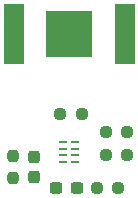
<source format=gbp>
%TF.GenerationSoftware,KiCad,Pcbnew,9.0.7-9.0.7~ubuntu24.04.1*%
%TF.CreationDate,2026-01-03T22:14:33+01:00*%
%TF.ProjectId,rtc_xiao_esp32s3,7274635f-7869-4616-9f5f-657370333273,1.0*%
%TF.SameCoordinates,Original*%
%TF.FileFunction,Paste,Bot*%
%TF.FilePolarity,Positive*%
%FSLAX46Y46*%
G04 Gerber Fmt 4.6, Leading zero omitted, Abs format (unit mm)*
G04 Created by KiCad (PCBNEW 9.0.7-9.0.7~ubuntu24.04.1) date 2026-01-03 22:14:33*
%MOMM*%
%LPD*%
G01*
G04 APERTURE LIST*
G04 Aperture macros list*
%AMRoundRect*
0 Rectangle with rounded corners*
0 $1 Rounding radius*
0 $2 $3 $4 $5 $6 $7 $8 $9 X,Y pos of 4 corners*
0 Add a 4 corners polygon primitive as box body*
4,1,4,$2,$3,$4,$5,$6,$7,$8,$9,$2,$3,0*
0 Add four circle primitives for the rounded corners*
1,1,$1+$1,$2,$3*
1,1,$1+$1,$4,$5*
1,1,$1+$1,$6,$7*
1,1,$1+$1,$8,$9*
0 Add four rect primitives between the rounded corners*
20,1,$1+$1,$2,$3,$4,$5,0*
20,1,$1+$1,$4,$5,$6,$7,0*
20,1,$1+$1,$6,$7,$8,$9,0*
20,1,$1+$1,$8,$9,$2,$3,0*%
G04 Aperture macros list end*
%ADD10R,0.700000X0.270000*%
%ADD11R,3.960000X3.960000*%
%ADD12R,1.780000X5.080000*%
%ADD13RoundRect,0.237500X0.250000X0.237500X-0.250000X0.237500X-0.250000X-0.237500X0.250000X-0.237500X0*%
%ADD14RoundRect,0.237500X-0.300000X-0.237500X0.300000X-0.237500X0.300000X0.237500X-0.300000X0.237500X0*%
%ADD15RoundRect,0.237500X0.237500X-0.250000X0.237500X0.250000X-0.237500X0.250000X-0.237500X-0.250000X0*%
%ADD16RoundRect,0.237500X-0.250000X-0.237500X0.250000X-0.237500X0.250000X0.237500X-0.250000X0.237500X0*%
%ADD17RoundRect,0.237500X0.237500X-0.300000X0.237500X0.300000X-0.237500X0.300000X-0.237500X-0.300000X0*%
G04 APERTURE END LIST*
D10*
%TO.C,U1*%
X124250000Y-109670000D03*
X124250000Y-110210000D03*
X124250000Y-110750000D03*
X124250000Y-111290000D03*
X125250000Y-111290000D03*
X125250000Y-110750000D03*
X125250000Y-110210000D03*
X125250000Y-109670000D03*
%TD*%
D11*
%TO.C,BT1*%
X124750000Y-100500000D03*
D12*
X120050000Y-100500000D03*
X129450000Y-100500000D03*
%TD*%
D13*
%TO.C,R3*%
X129662500Y-108750000D03*
X127837500Y-108750000D03*
%TD*%
D14*
%TO.C,C2*%
X123637500Y-113500000D03*
X125362500Y-113500000D03*
%TD*%
D13*
%TO.C,R2*%
X129662500Y-110750000D03*
X127837500Y-110750000D03*
%TD*%
D15*
%TO.C,R5*%
X120000000Y-112662500D03*
X120000000Y-110837500D03*
%TD*%
D16*
%TO.C,R1*%
X124000000Y-107250000D03*
X125825000Y-107250000D03*
%TD*%
D17*
%TO.C,C1*%
X121750000Y-112612500D03*
X121750000Y-110887500D03*
%TD*%
D16*
%TO.C,R4*%
X127087500Y-113500000D03*
X128912500Y-113500000D03*
%TD*%
M02*

</source>
